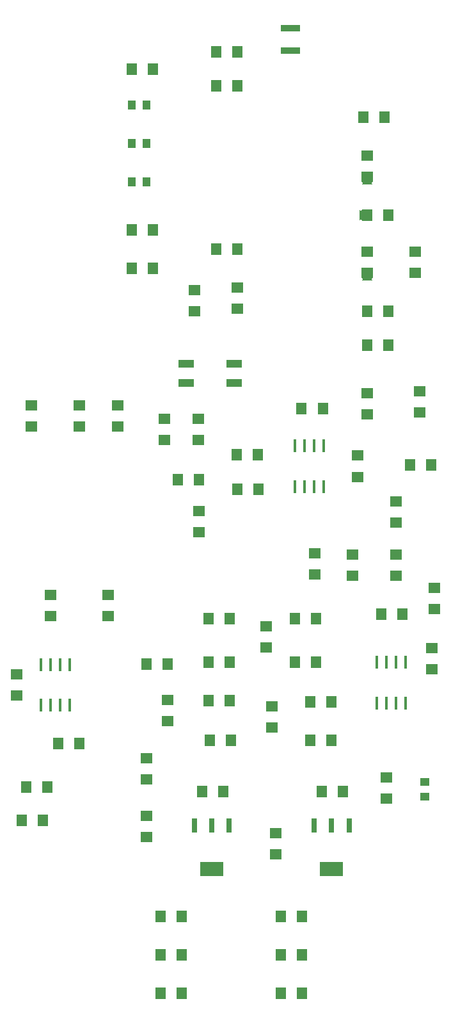
<source format=gbr>
%TF.GenerationSoftware,Novarm,DipTrace,3.3.1.3*%
%TF.CreationDate,2020-09-22T11:58:22+00:00*%
%FSLAX35Y35*%
%MOMM*%
%TF.FileFunction,Paste,Bot*%
%TF.Part,Single*%
%AMOUTLINE2*
4,1,16,
0.85,-0.8,
0.85,0.8,
-0.55,0.8,
-0.55,0.7,
-0.56685,0.64444,
-0.61173,0.60761,
-0.66951,0.60192,
-0.72071,0.62929,
-0.85,0.75858,
-0.85,-0.75858,
-0.72071,-0.62929,
-0.66951,-0.60192,
-0.61173,-0.60761,
-0.56685,-0.64444,
-0.55,-0.7,
-0.55,-0.8,
0.85,-0.8,
0*%
%AMOUTLINE5*
4,1,16,
0.8,0.85,
-0.8,0.85,
-0.8,-0.55,
-0.7,-0.55,
-0.64444,-0.56685,
-0.60761,-0.61173,
-0.60192,-0.66951,
-0.62929,-0.72071,
-0.75858,-0.85,
0.75858,-0.85,
0.62929,-0.72071,
0.60192,-0.66951,
0.60761,-0.61173,
0.64444,-0.56685,
0.7,-0.55,
0.8,-0.55,
0.8,0.85,
0*%
%ADD52R,2.0X1.0*%
%ADD54R,3.05X1.95*%
%ADD56R,0.75X1.95*%
%ADD58R,0.4X1.8*%
%ADD60R,2.5X0.95*%
%ADD72R,1.3X1.1*%
%ADD74R,1.1X1.3*%
%ADD80R,1.6X1.4*%
%ADD82R,1.4X1.6*%
%ADD89OUTLINE2*%
%ADD92OUTLINE5*%
G75*
G01*
%LPD*%
D82*
X2603500Y7112000D3*
X2323500D3*
D80*
X3569000Y4114500D3*
Y3834500D3*
X3492500Y4889500D3*
Y5169500D3*
X4699000Y7429500D3*
Y7149500D3*
X5683250Y4603750D3*
Y4883750D3*
D82*
X3111500Y10160000D3*
X2831500D3*
D80*
X190500Y4254500D3*
Y4534500D3*
D82*
X4826000Y9334500D3*
X5106000D3*
X4826000Y8890000D3*
X5106000D3*
X3111500Y12763500D3*
X2831500D3*
X3111500Y12319000D3*
X2831500D3*
X2095500Y317500D3*
X2375500D3*
X3683000D3*
X3963000D3*
X4508500Y2984500D3*
X4228500D3*
X2921000D3*
X2641000D3*
D80*
X3619500Y2159000D3*
Y2439000D3*
D74*
X1905000Y11557000D3*
X1715000D3*
X1905000Y12065000D3*
X1715000D3*
D82*
X5106000Y10604500D3*
D89*
X4810000D3*
D80*
X4826000Y10122500D3*
D92*
Y9826500D3*
D74*
X1905000Y11049000D3*
X1715000D3*
D80*
X4826000Y11392500D3*
D92*
Y11096500D3*
D72*
X5588000Y3111500D3*
Y2921500D3*
D60*
X3810000Y13081000D3*
Y12781000D3*
D80*
X4826000Y8255000D3*
Y7975000D3*
D82*
X3098500Y7442500D3*
X3378500D3*
D80*
X2146000Y7633000D3*
Y7913000D3*
X2590500Y7633000D3*
Y7913000D3*
D82*
X3960000Y8050000D3*
X4240000D3*
D80*
X4130000Y6140000D3*
Y5860000D3*
D82*
X3111500Y6985000D3*
X3391500D3*
X5397500Y7302500D3*
X5677500D3*
D80*
X5715000Y5683250D3*
Y5403250D3*
X2603500Y6413500D3*
Y6693500D3*
X5524500Y8001000D3*
Y8281000D3*
D82*
X4780000Y11900000D3*
X5060000D3*
D80*
X4635500Y5842000D3*
Y6122000D3*
D82*
X2743500Y3670000D3*
X3023500D3*
X4077000D3*
X4357000D3*
X2730500Y4191000D3*
X3010500D3*
X4077000Y4178000D3*
X4357000D3*
D80*
X5207000Y5842000D3*
Y6122000D3*
D82*
X5016500Y5334000D3*
X5296500D3*
D80*
X5207000Y6540500D3*
Y6820500D3*
D82*
X2730500Y5270500D3*
X3010500D3*
X3873500D3*
X4153500D3*
X2730500Y4699000D3*
X3010500D3*
X3873500D3*
X4153500D3*
X1714500Y10414000D3*
X1994500D3*
X1016000Y3619500D3*
X736000D3*
X317500Y3048000D3*
X597500D3*
D80*
X1905000Y3429000D3*
Y3149000D3*
D82*
X1710000Y12540000D3*
X1990000D3*
D80*
X1397000Y5588000D3*
Y5308000D3*
X2190000Y4200000D3*
Y3920000D3*
X5461000Y9842500D3*
Y10122500D3*
D82*
X1994500Y9906000D3*
X1714500D3*
D80*
X635000Y5588000D3*
Y5308000D3*
D82*
X254000Y2603500D3*
X534000D3*
D80*
X1905000Y2667000D3*
Y2387000D3*
D82*
X2095500Y825500D3*
X2375500D3*
D80*
X3111500Y9652000D3*
Y9372000D3*
D82*
X2190000Y4670000D3*
X1910000D3*
X2095500Y1333500D3*
X2375500D3*
D80*
X2540000Y9334500D3*
Y9614500D3*
X381000Y7810500D3*
Y8090500D3*
X1524000Y7810500D3*
Y8090500D3*
X1016000Y7810500D3*
Y8090500D3*
D82*
X3683000Y825500D3*
X3963000D3*
X3683000Y1333500D3*
X3963000D3*
D80*
X5080000Y3175000D3*
Y2895000D3*
D58*
X3873500Y7556500D3*
X4000500D3*
X4127500D3*
X4254500D3*
Y7016500D3*
X4127500D3*
X4000500D3*
X3873500D3*
X5334000Y4159000D3*
X5207000D3*
X5080000D3*
X4953000D3*
Y4699000D3*
X5080000D3*
X5207000D3*
X5334000D3*
X889000Y4127500D3*
X762000D3*
X635000D3*
X508000D3*
Y4667500D3*
X635000D3*
X762000D3*
X889000D3*
D56*
X2540000Y2540000D3*
X2770000D3*
X3000000D3*
D54*
X2770000Y1960000D3*
D56*
X4127500Y2540000D3*
X4357500D3*
X4587500D3*
D54*
X4357500Y1960000D3*
D52*
X3065000Y8647000D3*
Y8393000D3*
X2435000D3*
Y8647000D3*
M02*

</source>
